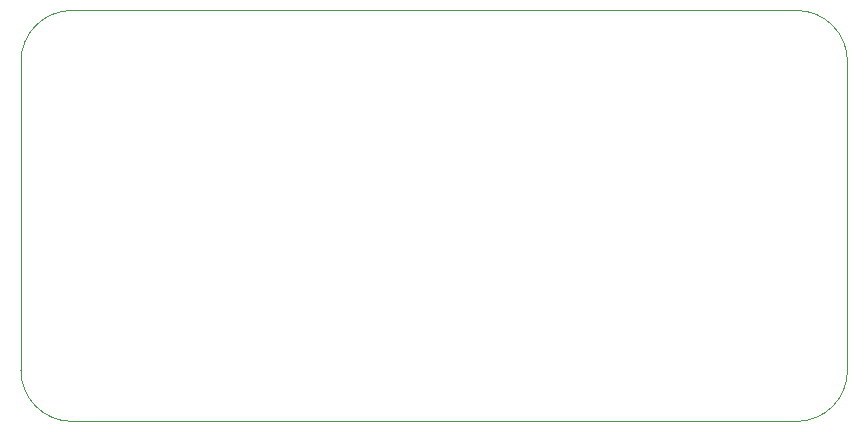
<source format=gbr>
%TF.GenerationSoftware,KiCad,Pcbnew,5.1.6-1.fc32*%
%TF.CreationDate,2020-07-03T14:53:20+01:00*%
%TF.ProjectId,4dc,3464632e-6b69-4636-9164-5f7063625858,rev?*%
%TF.SameCoordinates,Original*%
%TF.FileFunction,Profile,NP*%
%FSLAX46Y46*%
G04 Gerber Fmt 4.6, Leading zero omitted, Abs format (unit mm)*
G04 Created by KiCad (PCBNEW 5.1.6-1.fc32) date 2020-07-03 14:53:20*
%MOMM*%
%LPD*%
G01*
G04 APERTURE LIST*
%TA.AperFunction,Profile*%
%ADD10C,0.050000*%
%TD*%
G04 APERTURE END LIST*
D10*
X170307000Y-76708000D02*
X108966000Y-76708000D01*
X170307000Y-76708000D02*
G75*
G02*
X174625000Y-81026000I0J-4318000D01*
G01*
X174625000Y-107188000D02*
G75*
G02*
X170307000Y-111506000I-4318000J0D01*
G01*
X108966000Y-111506000D02*
G75*
G02*
X104648000Y-107188000I0J4318000D01*
G01*
X174625000Y-107188000D02*
X174625000Y-81026000D01*
X104648000Y-81026000D02*
G75*
G02*
X108966000Y-76708000I4318000J0D01*
G01*
X104648000Y-81026000D02*
X104648000Y-107188000D01*
X108966000Y-111506000D02*
X170307000Y-111506000D01*
M02*

</source>
